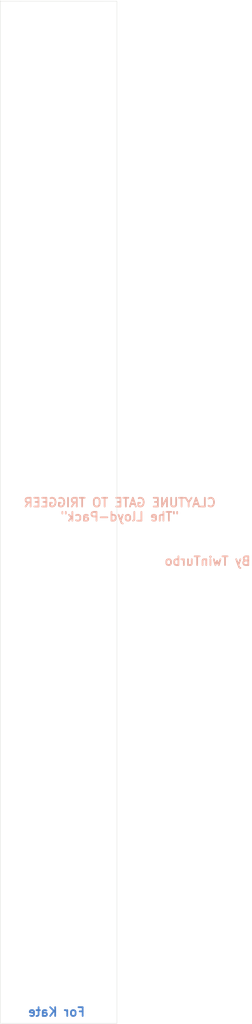
<source format=kicad_pcb>
(kicad_pcb (version 20171130) (host pcbnew "(5.1.7)-1")

  (general
    (thickness 1.6)
    (drawings 10)
    (tracks 0)
    (zones 0)
    (modules 0)
    (nets 1)
  )

  (page A4)
  (layers
    (0 F.Cu signal)
    (31 B.Cu signal)
    (32 B.Adhes user)
    (33 F.Adhes user)
    (34 B.Paste user)
    (35 F.Paste user)
    (36 B.SilkS user)
    (37 F.SilkS user)
    (38 B.Mask user)
    (39 F.Mask user)
    (40 Dwgs.User user)
    (41 Cmts.User user)
    (42 Eco1.User user)
    (43 Eco2.User user)
    (44 Edge.Cuts user)
    (45 Margin user)
    (46 B.CrtYd user)
    (47 F.CrtYd user)
    (48 B.Fab user)
    (49 F.Fab user)
  )

  (setup
    (last_trace_width 0.25)
    (trace_clearance 0.2)
    (zone_clearance 0.508)
    (zone_45_only no)
    (trace_min 0.2)
    (via_size 0.8)
    (via_drill 0.4)
    (via_min_size 0.4)
    (via_min_drill 0.3)
    (uvia_size 0.3)
    (uvia_drill 0.1)
    (uvias_allowed no)
    (uvia_min_size 0.2)
    (uvia_min_drill 0.1)
    (edge_width 0.05)
    (segment_width 0.2)
    (pcb_text_width 0.3)
    (pcb_text_size 1.5 1.5)
    (mod_edge_width 0.12)
    (mod_text_size 1 1)
    (mod_text_width 0.15)
    (pad_size 1.524 1.524)
    (pad_drill 0.762)
    (pad_to_mask_clearance 0)
    (aux_axis_origin 0 0)
    (visible_elements 7FFFFFFF)
    (pcbplotparams
      (layerselection 0x010fc_ffffffff)
      (usegerberextensions false)
      (usegerberattributes true)
      (usegerberadvancedattributes true)
      (creategerberjobfile true)
      (excludeedgelayer true)
      (linewidth 0.100000)
      (plotframeref false)
      (viasonmask false)
      (mode 1)
      (useauxorigin false)
      (hpglpennumber 1)
      (hpglpenspeed 20)
      (hpglpendiameter 15.000000)
      (psnegative false)
      (psa4output false)
      (plotreference true)
      (plotvalue true)
      (plotinvisibletext false)
      (padsonsilk false)
      (subtractmaskfromsilk false)
      (outputformat 1)
      (mirror false)
      (drillshape 1)
      (scaleselection 1)
      (outputdirectory ""))
  )

  (net 0 "")

  (net_class Default "This is the default net class."
    (clearance 0.2)
    (trace_width 0.25)
    (via_dia 0.8)
    (via_drill 0.4)
    (uvia_dia 0.3)
    (uvia_drill 0.1)
  )

  (gr_circle (center 89.84 106.45) (end 94.63 106.31) (layer Dwgs.User) (width 0.15))
  (gr_line (start 79.81 194.03) (end 99.82 19.1) (layer Dwgs.User) (width 0.15))
  (gr_line (start 79.8 18.99) (end 99.87 194.07) (layer Dwgs.User) (width 0.15))
  (gr_text "By TwinTurbo" (at 115.37 114.93) (layer B.SilkS) (tstamp 5FEDC6C5)
    (effects (font (size 1.5 1.5) (thickness 0.3)) (justify mirror))
  )
  (gr_text "CLAYTUNE GATE TO TRIGGEER\n\"The Lloyd-Pack\"" (at 100.3 106.12) (layer B.SilkS) (tstamp 5FEDC6C4)
    (effects (font (size 1.5 1.5) (thickness 0.3)) (justify mirror))
  )
  (gr_text "For Kate" (at 89.42 192.08) (layer B.Cu) (tstamp 5FEDC6C3)
    (effects (font (size 1.5 1.5) (thickness 0.3)) (justify mirror))
  )
  (gr_line (start 79.7516 19.12604) (end 99.81 19.13) (layer Edge.Cuts) (width 0.05) (tstamp 5FEDC6C2))
  (gr_line (start 99.8116 194.02604) (end 99.81 19.13) (layer Edge.Cuts) (width 0.05) (tstamp 5FEDC4AF))
  (gr_line (start 79.8116 194.02604) (end 99.8116 194.02604) (layer Edge.Cuts) (width 0.05) (tstamp 5FEDC4AE))
  (gr_line (start 79.8116 19.02604) (end 79.8116 194.02604) (layer Edge.Cuts) (width 0.05) (tstamp 5FEDC4AD))

  (zone (net 0) (net_name "") (layer B.Cu) (tstamp 5FEDC5C4) (hatch edge 0.508)
    (connect_pads (clearance 0.508))
    (min_thickness 0.254)
    (fill (arc_segments 32) (thermal_gap 0.508) (thermal_bridge_width 0.508))
    (polygon
      (pts
        (xy 99.6 193.72966) (xy 79.92316 193.72966) (xy 79.92316 19.30024) (xy 99.77 19.17)
      )
    )
  )
  (zone (net 0) (net_name "") (layer F.Cu) (tstamp 5FEDC5C3) (hatch edge 0.508)
    (connect_pads (clearance 0.508))
    (min_thickness 0.254)
    (fill (arc_segments 32) (thermal_gap 0.508) (thermal_bridge_width 0.508))
    (polygon
      (pts
        (xy 99.65 193.73728) (xy 79.913 193.73728) (xy 79.913 19.3104) (xy 99.76 19.16)
      )
    )
  )
)

</source>
